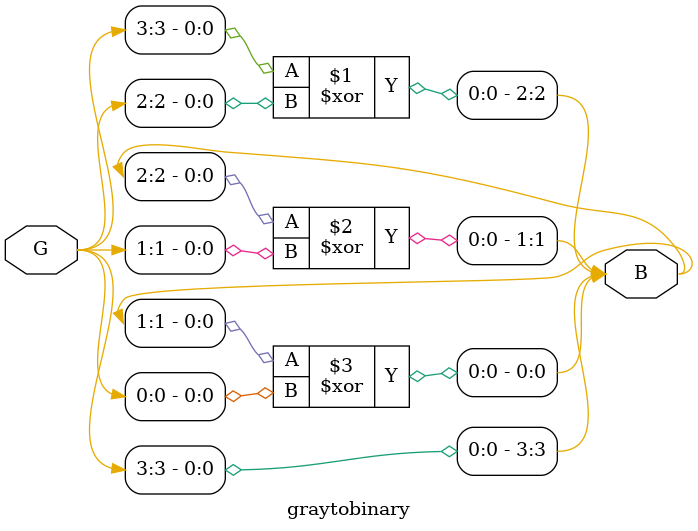
<source format=v>
module graytobinary(input[3:0]G,output[3:0]B);
  assign B[3]=G[3];
  assign B[2]=G[3]^G[2];
  assign B[1]=B[2]^G[1];
  assign B[0]=B[1]^G[0];
endmodule
  

</source>
